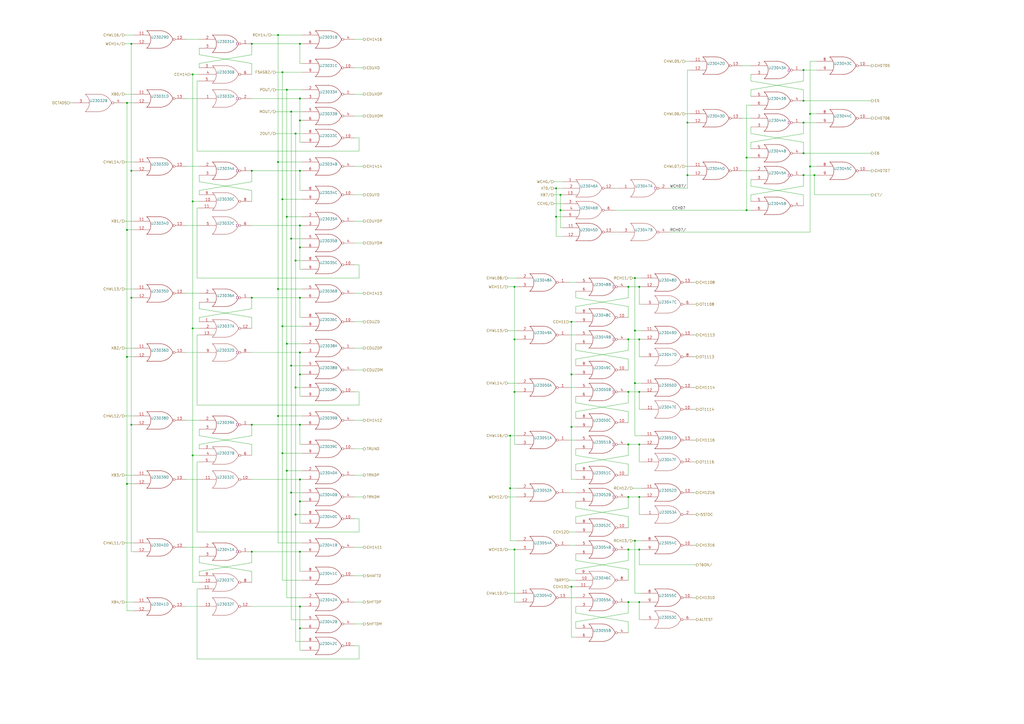
<source format=kicad_sch>
(kicad_sch (version 20211123) (generator eeschema)
  (paper "A2")
  (junction (at 111.76 264.16))
  (junction (at 325.12 113.03))
  (junction (at 433.07 91.44))
  (junction (at 173.99 143.51))
  (junction (at 166.37 125.73))
  (junction (at 368.3 191.77))
  (junction (at 173.99 246.38))
  (junction (at 298.45 227.33))
  (junction (at 146.05 99.06))
  (junction (at 466.09 58.42))
  (junction (at 76.2 25.4))
  (junction (at 161.29 93.98))
  (junction (at 370.84 196.85))
  (junction (at 161.29 20.32))
  (junction (at 76.2 246.38))
  (junction (at 171.45 151.13))
  (junction (at 173.99 69.85))
  (junction (at 168.91 138.43))
  (junction (at 173.99 204.47))
  (junction (at 111.76 116.84))
  (junction (at 168.91 285.75))
  (junction (at 173.99 320.04))
  (junction (at 171.45 298.45))
  (junction (at 173.99 130.81))
  (junction (at 295.91 283.21))
  (junction (at 368.3 313.69))
  (junction (at 173.99 99.06))
  (junction (at 298.45 318.77))
  (junction (at 173.99 364.49))
  (junction (at 163.83 41.91))
  (junction (at 322.58 109.22))
  (junction (at 73.66 207.01))
  (junction (at 364.49 318.77))
  (junction (at 173.99 278.13))
  (junction (at 298.45 196.85))
  (junction (at 364.49 227.33))
  (junction (at 161.29 167.64))
  (junction (at 364.49 288.29))
  (junction (at 163.83 115.57))
  (junction (at 370.84 227.33))
  (junction (at 173.99 57.15))
  (junction (at 364.49 349.25))
  (junction (at 168.91 212.09))
  (junction (at 295.91 252.73))
  (junction (at 166.37 52.07))
  (junction (at 173.99 25.4))
  (junction (at 370.84 349.25))
  (junction (at 331.47 217.17))
  (junction (at 76.2 99.06))
  (junction (at 466.09 40.64))
  (junction (at 73.66 280.67))
  (junction (at 171.45 224.79))
  (junction (at 146.05 246.38))
  (junction (at 163.83 262.89))
  (junction (at 166.37 199.39))
  (junction (at 173.99 290.83))
  (junction (at 472.44 101.6))
  (junction (at 173.99 351.79))
  (junction (at 322.58 125.73))
  (junction (at 364.49 166.37))
  (junction (at 370.84 257.81))
  (junction (at 166.37 273.05))
  (junction (at 163.83 189.23))
  (junction (at 466.09 88.9))
  (junction (at 173.99 217.17))
  (junction (at 325.12 121.92))
  (junction (at 370.84 288.29))
  (junction (at 466.09 71.12))
  (junction (at 171.45 77.47))
  (junction (at 146.05 25.4))
  (junction (at 331.47 247.65))
  (junction (at 161.29 241.3))
  (junction (at 73.66 133.35))
  (junction (at 111.76 43.18))
  (junction (at 368.3 222.25))
  (junction (at 331.47 186.69))
  (junction (at 469.9 96.52))
  (junction (at 298.45 166.37))
  (junction (at 364.49 257.81))
  (junction (at 364.49 196.85))
  (junction (at 398.78 101.6))
  (junction (at 466.09 101.6))
  (junction (at 398.78 71.12))
  (junction (at 331.47 340.36))
  (junction (at 146.05 320.04))
  (junction (at 168.91 64.77))
  (junction (at 111.76 190.5))
  (junction (at 370.84 166.37))
  (junction (at 73.66 59.69))
  (junction (at 370.84 318.77))
  (junction (at 146.05 172.72))
  (junction (at 469.9 66.04))
  (junction (at 433.07 121.92))
  (junction (at 173.99 172.72))
  (junction (at 76.2 172.72))
  (junction (at 368.3 161.29))
  (wire (pts (xy 208.28 227.33) (xy 208.28 234.95)))
  (wire (pts (xy 334.01 177.8) (xy 334.01 181.61)))
  (wire (pts (xy 294.64 161.29) (xy 299.72 161.29)))
  (wire (pts (xy 364.49 288.29) (xy 364.49 294.64)))
  (wire (pts (xy 334.01 325.12) (xy 334.01 321.31)))
  (wire (pts (xy 364.49 349.25) (xy 370.84 349.25)))
  (wire (pts (xy 173.99 99.06) (xy 173.99 110.49)))
  (wire (pts (xy 370.84 207.01) (xy 372.11 207.01)))
  (wire (pts (xy 370.84 227.33) (xy 372.11 227.33)))
  (wire (pts (xy 334.01 264.16) (xy 334.01 260.35)))
  (wire (pts (xy 298.45 318.77) (xy 299.72 318.77)))
  (wire (pts (xy 175.26 125.73) (xy 166.37 125.73)))
  (wire (pts (xy 146.05 320.04) (xy 173.99 320.04)))
  (wire (pts (xy 322.58 109.22) (xy 326.39 109.22)))
  (wire (pts (xy 173.99 320.04) (xy 173.99 331.47)))
  (wire (pts (xy 435.61 52.07) (xy 435.61 55.88)))
  (wire (pts (xy 173.99 36.83) (xy 175.26 36.83)))
  (wire (pts (xy 294.64 166.37) (xy 298.45 166.37)))
  (wire (pts (xy 115.57 326.39) (xy 115.57 322.58)))
  (wire (pts (xy 370.84 318.77) (xy 370.84 327.66)))
  (wire (pts (xy 466.09 113.03) (xy 435.61 107.95)))
  (wire (pts (xy 367.03 283.21) (xy 372.11 283.21)))
  (wire (pts (xy 330.2 340.36) (xy 331.47 340.36)))
  (wire (pts (xy 210.82 260.35) (xy 205.74 260.35)))
  (wire (pts (xy 168.91 64.77) (xy 175.26 64.77)))
  (wire (pts (xy 334.01 294.64) (xy 334.01 290.83)))
  (wire (pts (xy 111.76 190.5) (xy 115.57 190.5)))
  (wire (pts (xy 73.66 59.69) (xy 73.66 133.35)))
  (wire (pts (xy 171.45 224.79) (xy 175.26 224.79)))
  (wire (pts (xy 161.29 241.3) (xy 175.26 241.3)))
  (wire (pts (xy 466.09 71.12) (xy 473.71 71.12)))
  (wire (pts (xy 402.59 298.45) (xy 403.86 298.45)))
  (wire (pts (xy 466.09 101.6) (xy 472.44 101.6)))
  (wire (pts (xy 173.99 377.19) (xy 175.26 377.19)))
  (wire (pts (xy 171.45 298.45) (xy 175.26 298.45)))
  (wire (pts (xy 173.99 57.15) (xy 175.26 57.15)))
  (wire (pts (xy 173.99 278.13) (xy 173.99 290.83)))
  (wire (pts (xy 370.84 318.77) (xy 372.11 318.77)))
  (wire (pts (xy 208.28 374.65) (xy 208.28 382.27)))
  (wire (pts (xy 146.05 204.47) (xy 173.99 204.47)))
  (wire (pts (xy 173.99 257.81) (xy 175.26 257.81)))
  (wire (pts (xy 173.99 364.49) (xy 175.26 364.49)))
  (wire (pts (xy 294.64 318.77) (xy 298.45 318.77)))
  (wire (pts (xy 398.78 101.6) (xy 398.78 109.22)))
  (wire (pts (xy 107.95 317.5) (xy 115.57 317.5)))
  (wire (pts (xy 364.49 177.8) (xy 334.01 172.72)))
  (wire (pts (xy 331.47 247.65) (xy 334.01 247.65)))
  (wire (pts (xy 330.2 336.55) (xy 334.01 336.55)))
  (wire (pts (xy 73.66 354.33) (xy 77.47 354.33)))
  (wire (pts (xy 173.99 290.83) (xy 173.99 303.53)))
  (wire (pts (xy 115.57 110.49) (xy 115.57 113.03)))
  (wire (pts (xy 173.99 99.06) (xy 175.26 99.06)))
  (wire (pts (xy 364.49 306.07) (xy 364.49 299.72)))
  (wire (pts (xy 402.59 267.97) (xy 403.86 267.97)))
  (wire (pts (xy 205.74 80.01) (xy 208.28 80.01)))
  (wire (pts (xy 210.82 128.27) (xy 205.74 128.27)))
  (wire (pts (xy 146.05 130.81) (xy 173.99 130.81)))
  (wire (pts (xy 364.49 214.63) (xy 364.49 208.28)))
  (wire (pts (xy 166.37 273.05) (xy 175.26 273.05)))
  (wire (pts (xy 402.59 194.31) (xy 403.86 194.31)))
  (wire (pts (xy 368.3 313.69) (xy 372.11 313.69)))
  (wire (pts (xy 466.09 107.95) (xy 435.61 113.03)))
  (wire (pts (xy 398.78 71.12) (xy 398.78 101.6)))
  (wire (pts (xy 466.09 40.64) (xy 473.71 40.64)))
  (wire (pts (xy 114.3 87.63) (xy 114.3 46.99)))
  (wire (pts (xy 173.99 69.85) (xy 175.26 69.85)))
  (wire (pts (xy 77.47 167.64) (xy 72.39 167.64)))
  (wire (pts (xy 160.02 41.91) (xy 163.83 41.91)))
  (wire (pts (xy 331.47 217.17) (xy 334.01 217.17)))
  (wire (pts (xy 163.83 262.89) (xy 175.26 262.89)))
  (wire (pts (xy 430.53 99.06) (xy 435.61 99.06)))
  (wire (pts (xy 77.47 201.93) (xy 72.39 201.93)))
  (wire (pts (xy 430.53 38.1) (xy 435.61 38.1)))
  (wire (pts (xy 107.95 204.47) (xy 115.57 204.47)))
  (wire (pts (xy 364.49 318.77) (xy 370.84 318.77)))
  (wire (pts (xy 368.3 191.77) (xy 372.11 191.77)))
  (wire (pts (xy 210.82 39.37) (xy 205.74 39.37)))
  (wire (pts (xy 430.53 68.58) (xy 435.61 68.58)))
  (wire (pts (xy 397.51 96.52) (xy 400.05 96.52)))
  (wire (pts (xy 73.66 207.01) (xy 73.66 280.67)))
  (wire (pts (xy 298.45 166.37) (xy 299.72 166.37)))
  (wire (pts (xy 331.47 369.57) (xy 334.01 369.57)))
  (wire (pts (xy 370.84 166.37) (xy 372.11 166.37)))
  (wire (pts (xy 398.78 101.6) (xy 400.05 101.6)))
  (wire (pts (xy 330.2 255.27) (xy 334.01 255.27)))
  (wire (pts (xy 370.84 166.37) (xy 370.84 176.53)))
  (wire (pts (xy 330.2 308.61) (xy 334.01 308.61)))
  (wire (pts (xy 433.07 121.92) (xy 435.61 121.92)))
  (wire (pts (xy 210.82 113.03) (xy 205.74 113.03)))
  (wire (pts (xy 364.49 336.55) (xy 364.49 330.2)))
  (wire (pts (xy 163.83 189.23) (xy 163.83 262.89)))
  (wire (pts (xy 466.09 71.12) (xy 466.09 77.47)))
  (wire (pts (xy 402.59 224.79) (xy 403.86 224.79)))
  (wire (pts (xy 114.3 341.63) (xy 115.57 341.63)))
  (wire (pts (xy 504.19 99.06) (xy 505.46 99.06)))
  (wire (pts (xy 364.49 196.85) (xy 364.49 203.2)))
  (wire (pts (xy 364.49 257.81) (xy 364.49 264.16)))
  (wire (pts (xy 115.57 105.41) (xy 115.57 101.6)))
  (wire (pts (xy 469.9 96.52) (xy 469.9 134.62)))
  (wire (pts (xy 295.91 313.69) (xy 299.72 313.69)))
  (wire (pts (xy 466.09 77.47) (xy 435.61 82.55)))
  (wire (pts (xy 364.49 299.72) (xy 334.01 294.64)))
  (wire (pts (xy 76.2 99.06) (xy 76.2 172.72)))
  (wire (pts (xy 364.49 318.77) (xy 364.49 325.12)))
  (wire (pts (xy 205.74 227.33) (xy 208.28 227.33)))
  (wire (pts (xy 173.99 217.17) (xy 175.26 217.17)))
  (wire (pts (xy 334.01 238.76) (xy 334.01 242.57)))
  (wire (pts (xy 163.83 336.55) (xy 175.26 336.55)))
  (wire (pts (xy 322.58 109.22) (xy 322.58 125.73)))
  (wire (pts (xy 370.84 196.85) (xy 372.11 196.85)))
  (wire (pts (xy 364.49 184.15) (xy 364.49 177.8)))
  (wire (pts (xy 364.49 257.81) (xy 370.84 257.81)))
  (wire (pts (xy 168.91 285.75) (xy 175.26 285.75)))
  (wire (pts (xy 173.99 184.15) (xy 175.26 184.15)))
  (wire (pts (xy 364.49 275.59) (xy 364.49 269.24)))
  (wire (pts (xy 364.49 203.2) (xy 334.01 208.28)))
  (wire (pts (xy 115.57 36.83) (xy 115.57 39.37)))
  (wire (pts (xy 398.78 109.22) (xy 388.62 109.22)))
  (wire (pts (xy 208.28 308.61) (xy 114.3 308.61)))
  (wire (pts (xy 370.84 176.53) (xy 372.11 176.53)))
  (wire (pts (xy 173.99 290.83) (xy 175.26 290.83)))
  (wire (pts (xy 146.05 326.39) (xy 115.57 331.47)))
  (wire (pts (xy 161.29 167.64) (xy 161.29 241.3)))
  (wire (pts (xy 146.05 184.15) (xy 115.57 179.07)))
  (wire (pts (xy 298.45 349.25) (xy 299.72 349.25)))
  (wire (pts (xy 77.47 314.96) (xy 72.39 314.96)))
  (wire (pts (xy 370.84 257.81) (xy 370.84 267.97)))
  (wire (pts (xy 111.76 264.16) (xy 115.57 264.16)))
  (wire (pts (xy 146.05 246.38) (xy 146.05 252.73)))
  (wire (pts (xy 368.3 161.29) (xy 368.3 191.77)))
  (wire (pts (xy 173.99 156.21) (xy 175.26 156.21)))
  (wire (pts (xy 175.26 138.43) (xy 168.91 138.43)))
  (wire (pts (xy 146.05 320.04) (xy 146.05 326.39)))
  (wire (pts (xy 334.01 299.72) (xy 334.01 303.53)))
  (wire (pts (xy 173.99 25.4) (xy 173.99 36.83)))
  (wire (pts (xy 166.37 346.71) (xy 175.26 346.71)))
  (wire (pts (xy 166.37 273.05) (xy 166.37 346.71)))
  (wire (pts (xy 173.99 69.85) (xy 173.99 82.55)))
  (wire (pts (xy 364.49 355.6) (xy 334.01 360.68)))
  (wire (pts (xy 76.2 246.38) (xy 76.2 320.04)))
  (wire (pts (xy 166.37 52.07) (xy 166.37 125.73)))
  (wire (pts (xy 364.49 208.28) (xy 334.01 203.2)))
  (wire (pts (xy 433.07 91.44) (xy 433.07 121.92)))
  (wire (pts (xy 331.47 247.65) (xy 331.47 278.13)))
  (wire (pts (xy 370.84 267.97) (xy 372.11 267.97)))
  (wire (pts (xy 114.3 46.99) (xy 115.57 46.99)))
  (wire (pts (xy 370.84 227.33) (xy 370.84 237.49)))
  (wire (pts (xy 173.99 82.55) (xy 175.26 82.55)))
  (wire (pts (xy 331.47 217.17) (xy 331.47 247.65)))
  (wire (pts (xy 146.05 190.5) (xy 146.05 184.15)))
  (wire (pts (xy 322.58 125.73) (xy 326.39 125.73)))
  (wire (pts (xy 205.74 300.99) (xy 208.28 300.99)))
  (wire (pts (xy 111.76 116.84) (xy 111.76 190.5)))
  (wire (pts (xy 173.99 303.53) (xy 175.26 303.53)))
  (wire (pts (xy 173.99 364.49) (xy 173.99 377.19)))
  (wire (pts (xy 146.05 246.38) (xy 173.99 246.38)))
  (wire (pts (xy 146.05 264.16) (xy 146.05 257.81)))
  (wire (pts (xy 402.59 285.75) (xy 403.86 285.75)))
  (wire (pts (xy 163.83 41.91) (xy 175.26 41.91)))
  (wire (pts (xy 367.03 313.69) (xy 368.3 313.69)))
  (wire (pts (xy 146.05 172.72) (xy 146.05 179.07)))
  (wire (pts (xy 173.99 351.79) (xy 175.26 351.79)))
  (wire (pts (xy 368.3 161.29) (xy 372.11 161.29)))
  (wire (pts (xy 210.82 170.18) (xy 205.74 170.18)))
  (wire (pts (xy 171.45 77.47) (xy 175.26 77.47)))
  (wire (pts (xy 205.74 153.67) (xy 208.28 153.67)))
  (wire (pts (xy 364.49 233.68) (xy 334.01 238.76)))
  (wire (pts (xy 370.84 196.85) (xy 370.84 207.01)))
  (wire (pts (xy 208.28 161.29) (xy 114.3 161.29)))
  (wire (pts (xy 160.02 52.07) (xy 166.37 52.07)))
  (wire (pts (xy 146.05 57.15) (xy 173.99 57.15)))
  (wire (pts (xy 76.2 25.4) (xy 77.47 25.4)))
  (wire (pts (xy 146.05 25.4) (xy 173.99 25.4)))
  (wire (pts (xy 111.76 43.18) (xy 111.76 116.84)))
  (wire (pts (xy 472.44 101.6) (xy 473.71 101.6)))
  (wire (pts (xy 146.05 36.83) (xy 115.57 31.75)))
  (wire (pts (xy 472.44 113.03) (xy 472.44 101.6)))
  (wire (pts (xy 114.3 120.65) (xy 115.57 120.65)))
  (wire (pts (xy 173.99 204.47) (xy 173.99 217.17)))
  (wire (pts (xy 364.49 367.03) (xy 364.49 360.68)))
  (wire (pts (xy 208.28 300.99) (xy 208.28 308.61)))
  (wire (pts (xy 166.37 125.73) (xy 166.37 199.39)))
  (wire (pts (xy 77.47 128.27) (xy 72.39 128.27)))
  (wire (pts (xy 173.99 172.72) (xy 175.26 172.72)))
  (wire (pts (xy 368.3 344.17) (xy 368.3 313.69)))
  (wire (pts (xy 166.37 199.39) (xy 166.37 273.05)))
  (wire (pts (xy 173.99 320.04) (xy 175.26 320.04)))
  (wire (pts (xy 168.91 359.41) (xy 175.26 359.41)))
  (wire (pts (xy 298.45 227.33) (xy 299.72 227.33)))
  (wire (pts (xy 370.84 349.25) (xy 370.84 359.41)))
  (wire (pts (xy 111.76 264.16) (xy 111.76 337.82)))
  (wire (pts (xy 364.49 330.2) (xy 334.01 325.12)))
  (wire (pts (xy 402.59 176.53) (xy 403.86 176.53)))
  (wire (pts (xy 321.31 113.03) (xy 325.12 113.03)))
  (wire (pts (xy 294.64 191.77) (xy 299.72 191.77)))
  (wire (pts (xy 175.26 151.13) (xy 171.45 151.13)))
  (wire (pts (xy 115.57 179.07) (xy 115.57 175.26)))
  (wire (pts (xy 163.83 115.57) (xy 163.83 189.23)))
  (wire (pts (xy 72.39 25.4) (xy 76.2 25.4)))
  (wire (pts (xy 210.82 349.25) (xy 205.74 349.25)))
  (wire (pts (xy 294.64 222.25) (xy 299.72 222.25)))
  (wire (pts (xy 168.91 285.75) (xy 168.91 359.41)))
  (wire (pts (xy 146.05 172.72) (xy 173.99 172.72)))
  (wire (pts (xy 364.49 288.29) (xy 370.84 288.29)))
  (wire (pts (xy 114.3 161.29) (xy 114.3 120.65)))
  (wire (pts (xy 334.01 172.72) (xy 334.01 168.91)))
  (wire (pts (xy 469.9 66.04) (xy 469.9 96.52)))
  (wire (pts (xy 168.91 212.09) (xy 175.26 212.09)))
  (wire (pts (xy 73.66 59.69) (xy 77.47 59.69)))
  (wire (pts (xy 435.61 60.96) (xy 433.07 60.96)))
  (wire (pts (xy 368.3 222.25) (xy 372.11 222.25)))
  (wire (pts (xy 171.45 298.45) (xy 171.45 372.11)))
  (wire (pts (xy 398.78 40.64) (xy 398.78 71.12)))
  (wire (pts (xy 364.49 264.16) (xy 334.01 269.24)))
  (wire (pts (xy 77.47 349.25) (xy 72.39 349.25)))
  (wire (pts (xy 364.49 294.64) (xy 334.01 299.72)))
  (wire (pts (xy 107.95 243.84) (xy 115.57 243.84)))
  (wire (pts (xy 469.9 35.56) (xy 469.9 66.04)))
  (wire (pts (xy 331.47 340.36) (xy 331.47 369.57)))
  (wire (pts (xy 115.57 184.15) (xy 115.57 186.69)))
  (wire (pts (xy 173.99 143.51) (xy 173.99 156.21)))
  (wire (pts (xy 364.49 349.25) (xy 364.49 355.6)))
  (wire (pts (xy 326.39 118.11) (xy 321.31 118.11)))
  (wire (pts (xy 466.09 52.07) (xy 435.61 46.99)))
  (wire (pts (xy 111.76 43.18) (xy 115.57 43.18)))
  (wire (pts (xy 466.09 119.38) (xy 466.09 113.03)))
  (wire (pts (xy 298.45 196.85) (xy 299.72 196.85)))
  (wire (pts (xy 368.3 252.73) (xy 372.11 252.73)))
  (wire (pts (xy 370.84 298.45) (xy 372.11 298.45)))
  (wire (pts (xy 208.28 87.63) (xy 114.3 87.63)))
  (wire (pts (xy 334.01 355.6) (xy 334.01 351.79)))
  (wire (pts (xy 364.49 238.76) (xy 334.01 233.68)))
  (wire (pts (xy 114.3 308.61) (xy 114.3 267.97)))
  (wire (pts (xy 107.95 351.79) (xy 115.57 351.79)))
  (wire (pts (xy 322.58 137.16) (xy 326.39 137.16)))
  (wire (pts (xy 210.82 67.31) (xy 205.74 67.31)))
  (wire (pts (xy 163.83 262.89) (xy 163.83 336.55)))
  (wire (pts (xy 146.05 105.41) (xy 115.57 110.49)))
  (wire (pts (xy 146.05 252.73) (xy 115.57 257.81)))
  (wire (pts (xy 146.05 331.47) (xy 115.57 326.39)))
  (wire (pts (xy 294.64 288.29) (xy 299.72 288.29)))
  (wire (pts (xy 210.82 243.84) (xy 205.74 243.84)))
  (wire (pts (xy 115.57 252.73) (xy 115.57 248.92)))
  (wire (pts (xy 331.47 186.69) (xy 331.47 217.17)))
  (wire (pts (xy 73.66 207.01) (xy 77.47 207.01)))
  (wire (pts (xy 370.84 359.41) (xy 372.11 359.41)))
  (wire (pts (xy 334.01 233.68) (xy 334.01 229.87)))
  (wire (pts (xy 504.19 68.58) (xy 505.46 68.58)))
  (wire (pts (xy 356.87 109.22) (xy 358.14 109.22)))
  (wire (pts (xy 370.84 288.29) (xy 370.84 298.45)))
  (wire (pts (xy 210.82 317.5) (xy 205.74 317.5)))
  (wire (pts (xy 171.45 151.13) (xy 171.45 224.79)))
  (wire (pts (xy 210.82 275.59) (xy 205.74 275.59)))
  (wire (pts (xy 146.05 25.4) (xy 146.05 31.75)))
  (wire (pts (xy 163.83 41.91) (xy 163.83 115.57)))
  (wire (pts (xy 107.95 57.15) (xy 115.57 57.15)))
  (wire (pts (xy 166.37 199.39) (xy 175.26 199.39)))
  (wire (pts (xy 205.74 374.65) (xy 208.28 374.65)))
  (wire (pts (xy 114.3 382.27) (xy 114.3 341.63)))
  (wire (pts (xy 356.87 121.92) (xy 433.07 121.92)))
  (wire (pts (xy 364.49 166.37) (xy 364.49 172.72)))
  (wire (pts (xy 146.05 351.79) (xy 173.99 351.79)))
  (wire (pts (xy 370.84 257.81) (xy 372.11 257.81)))
  (wire (pts (xy 402.59 237.49) (xy 403.86 237.49)))
  (wire (pts (xy 368.3 344.17) (xy 372.11 344.17)))
  (wire (pts (xy 210.82 201.93) (xy 205.74 201.93)))
  (wire (pts (xy 364.49 227.33) (xy 364.49 233.68)))
  (wire (pts (xy 173.99 172.72) (xy 173.99 184.15)))
  (wire (pts (xy 76.2 172.72) (xy 77.47 172.72)))
  (wire (pts (xy 161.29 20.32) (xy 161.29 93.98)))
  (wire (pts (xy 77.47 275.59) (xy 72.39 275.59)))
  (wire (pts (xy 473.71 66.04) (xy 469.9 66.04)))
  (wire (pts (xy 325.12 121.92) (xy 325.12 132.08)))
  (wire (pts (xy 210.82 22.86) (xy 205.74 22.86)))
  (wire (pts (xy 504.19 38.1) (xy 505.46 38.1)))
  (wire (pts (xy 208.28 80.01) (xy 208.28 87.63)))
  (wire (pts (xy 330.2 346.71) (xy 334.01 346.71)))
  (wire (pts (xy 210.82 54.61) (xy 205.74 54.61)))
  (wire (pts (xy 146.05 31.75) (xy 115.57 36.83)))
  (wire (pts (xy 115.57 257.81) (xy 115.57 260.35)))
  (wire (pts (xy 298.45 257.81) (xy 299.72 257.81)))
  (wire (pts (xy 157.48 20.32) (xy 161.29 20.32)))
  (wire (pts (xy 171.45 77.47) (xy 171.45 151.13)))
  (wire (pts (xy 171.45 372.11) (xy 175.26 372.11)))
  (wire (pts (xy 330.2 186.69) (xy 331.47 186.69)))
  (wire (pts (xy 111.76 337.82) (xy 115.57 337.82)))
  (wire (pts (xy 115.57 331.47) (xy 115.57 334.01)))
  (wire (pts (xy 466.09 88.9) (xy 505.46 88.9)))
  (wire (pts (xy 294.64 252.73) (xy 295.91 252.73)))
  (wire (pts (xy 173.99 246.38) (xy 173.99 257.81)))
  (wire (pts (xy 72.39 59.69) (xy 73.66 59.69)))
  (wire (pts (xy 435.61 82.55) (xy 435.61 86.36)))
  (wire (pts (xy 331.47 186.69) (xy 334.01 186.69)))
  (wire (pts (xy 330.2 224.79) (xy 334.01 224.79)))
  (wire (pts (xy 298.45 227.33) (xy 298.45 257.81)))
  (wire (pts (xy 208.28 234.95) (xy 114.3 234.95)))
  (wire (pts (xy 171.45 224.79) (xy 171.45 298.45)))
  (wire (pts (xy 397.51 35.56) (xy 400.05 35.56)))
  (wire (pts (xy 210.82 361.95) (xy 205.74 361.95)))
  (wire (pts (xy 295.91 252.73) (xy 295.91 283.21)))
  (wire (pts (xy 364.49 360.68) (xy 334.01 355.6)))
  (wire (pts (xy 466.09 58.42) (xy 505.46 58.42)))
  (wire (pts (xy 173.99 130.81) (xy 173.99 143.51)))
  (wire (pts (xy 146.05 116.84) (xy 146.05 110.49)))
  (wire (pts (xy 466.09 88.9) (xy 466.09 82.55)))
  (wire (pts (xy 370.84 349.25) (xy 372.11 349.25)))
  (wire (pts (xy 295.91 283.21) (xy 299.72 283.21)))
  (wire (pts (xy 400.05 40.64) (xy 398.78 40.64)))
  (wire (pts (xy 466.09 46.99) (xy 435.61 52.07)))
  (wire (pts (xy 77.47 20.32) (xy 72.39 20.32)))
  (wire (pts (xy 435.61 107.95) (xy 435.61 104.14)))
  (wire (pts (xy 330.2 316.23) (xy 334.01 316.23)))
  (wire (pts (xy 73.66 133.35) (xy 73.66 207.01)))
  (wire (pts (xy 469.9 96.52) (xy 473.71 96.52)))
  (wire (pts (xy 368.3 222.25) (xy 368.3 252.73)))
  (wire (pts (xy 210.82 140.97) (xy 205.74 140.97)))
  (wire (pts (xy 435.61 77.47) (xy 435.61 73.66)))
  (wire (pts (xy 364.49 269.24) (xy 334.01 264.16)))
  (wire (pts (xy 402.59 207.01) (xy 403.86 207.01)))
  (wire (pts (xy 210.82 186.69) (xy 205.74 186.69)))
  (wire (pts (xy 146.05 179.07) (xy 115.57 184.15)))
  (wire (pts (xy 402.59 316.23) (xy 403.86 316.23)))
  (wire (pts (xy 210.82 214.63) (xy 205.74 214.63)))
  (wire (pts (xy 110.49 43.18) (xy 111.76 43.18)))
  (wire (pts (xy 111.76 190.5) (xy 111.76 264.16)))
  (wire (pts (xy 161.29 20.32) (xy 175.26 20.32)))
  (wire (pts (xy 325.12 121.92) (xy 326.39 121.92)))
  (wire (pts (xy 173.99 204.47) (xy 175.26 204.47)))
  (wire (pts (xy 505.46 113.03) (xy 472.44 113.03)))
  (wire (pts (xy 334.01 360.68) (xy 334.01 364.49)))
  (wire (pts (xy 146.05 99.06) (xy 146.05 105.41)))
  (wire (pts (xy 402.59 255.27) (xy 403.86 255.27)))
  (wire (pts (xy 402.59 163.83) (xy 403.86 163.83)))
  (wire (pts (xy 73.66 280.67) (xy 77.47 280.67)))
  (wire (pts (xy 435.61 46.99) (xy 435.61 43.18)))
  (wire (pts (xy 433.07 91.44) (xy 435.61 91.44)))
  (wire (pts (xy 298.45 166.37) (xy 298.45 196.85)))
  (wire (pts (xy 173.99 130.81) (xy 175.26 130.81)))
  (wire (pts (xy 146.05 99.06) (xy 173.99 99.06)))
  (wire (pts (xy 294.64 344.17) (xy 299.72 344.17)))
  (wire (pts (xy 433.07 60.96) (xy 433.07 91.44)))
  (wire (pts (xy 76.2 246.38) (xy 77.47 246.38)))
  (wire (pts (xy 76.2 320.04) (xy 77.47 320.04)))
  (wire (pts (xy 73.66 133.35) (xy 77.47 133.35)))
  (wire (pts (xy 173.99 57.15) (xy 173.99 69.85)))
  (wire (pts (xy 76.2 25.4) (xy 76.2 99.06)))
  (wire (pts (xy 370.84 237.49) (xy 372.11 237.49)))
  (wire (pts (xy 208.28 153.67) (xy 208.28 161.29)))
  (wire (pts (xy 321.31 109.22) (xy 322.58 109.22)))
  (wire (pts (xy 173.99 246.38) (xy 175.26 246.38)))
  (wire (pts (xy 160.02 64.77) (xy 168.91 64.77)))
  (wire (pts (xy 73.66 280.67) (xy 73.66 354.33)))
  (wire (pts (xy 322.58 125.73) (xy 322.58 137.16)))
  (wire (pts (xy 334.01 208.28) (xy 334.01 212.09)))
  (wire (pts (xy 107.95 22.86) (xy 115.57 22.86)))
  (wire (pts (xy 77.47 93.98) (xy 72.39 93.98)))
  (wire (pts (xy 325.12 113.03) (xy 325.12 121.92)))
  (wire (pts (xy 168.91 64.77) (xy 168.91 138.43)))
  (wire (pts (xy 398.78 71.12) (xy 400.05 71.12)))
  (wire (pts (xy 469.9 35.56) (xy 473.71 35.56)))
  (wire (pts (xy 466.09 40.64) (xy 466.09 46.99)))
  (wire (pts (xy 402.59 359.41) (xy 403.86 359.41)))
  (wire (pts (xy 364.49 166.37) (xy 370.84 166.37)))
  (wire (pts (xy 466.09 101.6) (xy 466.09 107.95)))
  (wire (pts (xy 160.02 77.47) (xy 171.45 77.47)))
  (wire (pts (xy 161.29 241.3) (xy 161.29 314.96)))
  (wire (pts (xy 326.39 105.41) (xy 321.31 105.41)))
  (wire (pts (xy 210.82 96.52) (xy 205.74 96.52)))
  (wire (pts (xy 325.12 113.03) (xy 326.39 113.03)))
  (wire (pts (xy 114.3 234.95) (xy 114.3 194.31)))
  (wire (pts (xy 114.3 194.31) (xy 115.57 194.31)))
  (wire (pts (xy 331.47 278.13) (xy 334.01 278.13)))
  (wire (pts (xy 334.01 203.2) (xy 334.01 199.39)))
  (wire (pts (xy 469.9 134.62) (xy 388.62 134.62)))
  (wire (pts (xy 330.2 194.31) (xy 334.01 194.31)))
  (wire (pts (xy 166.37 52.07) (xy 175.26 52.07)))
  (wire (pts (xy 77.47 241.3) (xy 72.39 241.3)))
  (wire (pts (xy 402.59 346.71) (xy 403.86 346.71)))
  (wire (pts (xy 208.28 382.27) (xy 114.3 382.27)))
  (wire (pts (xy 161.29 167.64) (xy 175.26 167.64)))
  (wire (pts (xy 146.05 257.81) (xy 115.57 252.73)))
  (wire (pts (xy 173.99 278.13) (xy 175.26 278.13)))
  (wire (pts (xy 161.29 93.98) (xy 175.26 93.98)))
  (wire (pts (xy 364.49 172.72) (xy 334.01 177.8)))
  (wire (pts (xy 364.49 196.85) (xy 370.84 196.85)))
  (wire (pts (xy 466.09 58.42) (xy 466.09 52.07)))
  (wire (pts (xy 168.91 212.09) (xy 168.91 285.75)))
  (wire (pts (xy 210.82 288.29) (xy 205.74 288.29)))
  (wire (pts (xy 330.2 285.75) (xy 334.01 285.75)))
  (wire (pts (xy 298.45 196.85) (xy 298.45 227.33)))
  (wire (pts (xy 107.95 278.13) (xy 115.57 278.13)))
  (wire (pts (xy 210.82 334.01) (xy 205.74 334.01)))
  (wire (pts (xy 114.3 267.97) (xy 115.57 267.97)))
  (wire (pts (xy 161.29 93.98) (xy 161.29 167.64)))
  (wire (pts (xy 77.47 54.61) (xy 72.39 54.61)))
  (wire (pts (xy 173.99 351.79) (xy 173.99 364.49)))
  (wire (pts (xy 334.01 330.2) (xy 334.01 332.74)))
  (wire (pts (xy 146.05 110.49) (xy 115.57 105.41)))
  (wire (pts (xy 146.05 337.82) (xy 146.05 331.47)))
  (wire (pts (xy 397.51 66.04) (xy 400.05 66.04)))
  (wire (pts (xy 107.95 170.18) (xy 115.57 170.18)))
  (wire (pts (xy 295.91 283.21) (xy 295.91 313.69)))
  (wire (pts (xy 115.57 31.75) (xy 115.57 27.94)))
  (wire (pts (xy 115.57 116.84) (xy 111.76 116.84)))
  (wire (pts (xy 107.95 96.52) (xy 115.57 96.52)))
  (wire (pts (xy 330.2 163.83) (xy 334.01 163.83)))
  (wire (pts (xy 370.84 288.29) (xy 372.11 288.29)))
  (wire (pts (xy 40.64 59.69) (xy 41.91 59.69)))
  (wire (pts (xy 107.95 130.81) (xy 115.57 130.81)))
  (wire (pts (xy 364.49 325.12) (xy 334.01 330.2)))
  (wire (pts (xy 368.3 191.77) (xy 368.3 222.25)))
  (wire (pts (xy 334.01 269.24) (xy 334.01 273.05)))
  (wire (pts (xy 370.84 327.66) (xy 403.86 327.66)))
  (wire (pts (xy 367.03 161.29) (xy 368.3 161.29)))
  (wire (pts (xy 161.29 314.96) (xy 175.26 314.96)))
  (wire (pts (xy 76.2 99.06) (xy 77.47 99.06)))
  (wire (pts (xy 356.87 134.62) (xy 358.14 134.62)))
  (wire (pts (xy 364.49 245.11) (xy 364.49 238.76)))
  (wire (pts (xy 331.47 340.36) (xy 334.01 340.36)))
  (wire (pts (xy 173.99 331.47) (xy 175.26 331.47)))
  (wire (pts (xy 295.91 252.73) (xy 299.72 252.73)))
  (wire (pts (xy 168.91 138.43) (xy 168.91 212.09)))
  (wire (pts (xy 163.83 189.23) (xy 175.26 189.23)))
  (wire (pts (xy 76.2 172.72) (xy 76.2 246.38)))
  (wire (pts (xy 146.05 43.18) (xy 146.05 36.83)))
  (wire (pts (xy 325.12 132.08) (xy 326.39 132.08)))
  (wire (pts (xy 466.09 82.55) (xy 435.61 77.47)))
  (wire (pts (xy 435.61 113.03) (xy 435.61 116.84)))
  (wire (pts (xy 175.26 115.57) (xy 163.83 115.57)))
  (wire (pts (xy 298.45 349.25) (xy 298.45 318.77)))
  (wire (pts (xy 173.99 25.4) (xy 175.26 25.4)))
  (wire (pts (xy 173.99 143.51) (xy 175.26 143.51)))
  (wire (pts (xy 173.99 217.17) (xy 173.99 229.87)))
  (wire (pts (xy 146.05 278.13) (xy 173.99 278.13)))
  (wire (pts (xy 173.99 229.87) (xy 175.26 229.87)))
  (wire (pts (xy 173.99 110.49) (xy 175.26 110.49)))
  (wire (pts (xy 364.49 227.33) (xy 370.84 227.33)))
  (label "WCH07/" (at 388.62 109.22 0) (effects (font (size 1.524 1.524))))
  (label "CCH07" (at 389.89 121.92 0) (effects (font (size 1.524 1.524))))
  (label "RCH07/" (at 388.62 134.62 0) (effects (font (size 1.524 1.524))))
  (hierarchical_label "XB7/" (shape input) (at 321.31 113.03 180) (effects (font (size 1.524 1.524))))
  (hierarchical_label "SHFTDM" (shape output) (at 210.82 361.95 0) (effects (font (size 1.524 1.524))))
  (hierarchical_label "XB1/" (shape input) (at 72.39 128.27 180) (effects (font (size 1.524 1.524))))
  (hierarchical_label "WCH11/" (shape input) (at 294.64 166.37 180) (effects (font (size 1.524 1.524))))
  (hierarchical_label "POUT/" (shape input) (at 160.02 52.07 180) (effects (font (size 1.524 1.524))))
  (hierarchical_label "CHWL08/" (shape input) (at 294.64 161.29 180) (effects (font (size 1.524 1.524))))
  (hierarchical_label "CCH11" (shape input) (at 330.2 186.69 180) (effects (font (size 1.524 1.524))))
  (hierarchical_label "E6" (shape output) (at 505.46 88.9 0) (effects (font (size 1.524 1.524))))
  (hierarchical_label "CH1114" (shape output) (at 403.86 224.79 0) (effects (font (size 1.524 1.524))))
  (hierarchical_label "XB0/" (shape input) (at 72.39 54.61 180) (effects (font (size 1.524 1.524))))
  (hierarchical_label "WCH14/" (shape input) (at 72.39 25.4 180) (effects (font (size 1.524 1.524))))
  (hierarchical_label "CH1412" (shape output) (at 210.82 243.84 0) (effects (font (size 1.524 1.524))))
  (hierarchical_label "TRUND" (shape output) (at 210.82 260.35 0) (effects (font (size 1.524 1.524))))
  (hierarchical_label "WCH12/" (shape input) (at 294.64 288.29 180) (effects (font (size 1.524 1.524))))
  (hierarchical_label "CDUYDP" (shape output) (at 210.82 128.27 0) (effects (font (size 1.524 1.524))))
  (hierarchical_label "CH1108" (shape output) (at 403.86 163.83 0) (effects (font (size 1.524 1.524))))
  (hierarchical_label "CH1413" (shape output) (at 210.82 170.18 0) (effects (font (size 1.524 1.524))))
  (hierarchical_label "CHWL13/" (shape input) (at 72.39 167.64 180) (effects (font (size 1.524 1.524))))
  (hierarchical_label "CH1216" (shape output) (at 403.86 285.75 0) (effects (font (size 1.524 1.524))))
  (hierarchical_label "CHWL16/" (shape input) (at 294.64 252.73 180) (effects (font (size 1.524 1.524))))
  (hierarchical_label "TRNDP" (shape output) (at 210.82 275.59 0) (effects (font (size 1.524 1.524))))
  (hierarchical_label "CDUXD" (shape output) (at 210.82 39.37 0) (effects (font (size 1.524 1.524))))
  (hierarchical_label "CHWL05/" (shape input) (at 397.51 35.56 180) (effects (font (size 1.524 1.524))))
  (hierarchical_label "T6ON/" (shape output) (at 403.86 327.66 0) (effects (font (size 1.524 1.524))))
  (hierarchical_label "CH0707" (shape output) (at 505.46 99.06 0) (effects (font (size 1.524 1.524))))
  (hierarchical_label "CHWL13/" (shape input) (at 294.64 191.77 180) (effects (font (size 1.524 1.524))))
  (hierarchical_label "CHWL14/" (shape input) (at 72.39 93.98 180) (effects (font (size 1.524 1.524))))
  (hierarchical_label "RCH14/" (shape input) (at 157.48 20.32 180) (effects (font (size 1.524 1.524))))
  (hierarchical_label "TRNDM" (shape output) (at 210.82 288.29 0) (effects (font (size 1.524 1.524))))
  (hierarchical_label "RCH11/" (shape input) (at 367.03 161.29 180) (effects (font (size 1.524 1.524))))
  (hierarchical_label "OCTAD5" (shape input) (at 40.64 59.69 180) (effects (font (size 1.524 1.524))))
  (hierarchical_label "ALTEST" (shape output) (at 403.86 359.41 0) (effects (font (size 1.524 1.524))))
  (hierarchical_label "XB2/" (shape input) (at 72.39 201.93 180) (effects (font (size 1.524 1.524))))
  (hierarchical_label "CH1116" (shape output) (at 403.86 255.27 0) (effects (font (size 1.524 1.524))))
  (hierarchical_label "ZOUT/" (shape input) (at 160.02 77.47 180) (effects (font (size 1.524 1.524))))
  (hierarchical_label "F5ASB2/" (shape input) (at 160.02 41.91 180) (effects (font (size 1.524 1.524))))
  (hierarchical_label "OT1108" (shape output) (at 403.86 176.53 0) (effects (font (size 1.524 1.524))))
  (hierarchical_label "CDUZDP" (shape output) (at 210.82 201.93 0) (effects (font (size 1.524 1.524))))
  (hierarchical_label "CH1310" (shape output) (at 403.86 346.71 0) (effects (font (size 1.524 1.524))))
  (hierarchical_label "CDUXDP" (shape output) (at 210.82 54.61 0) (effects (font (size 1.524 1.524))))
  (hierarchical_label "CHWL07/" (shape input) (at 397.51 96.52 180) (effects (font (size 1.524 1.524))))
  (hierarchical_label "CCHG/" (shape input) (at 321.31 118.11 180) (effects (font (size 1.524 1.524))))
  (hierarchical_label "CCH13" (shape input) (at 330.2 340.36 180) (effects (font (size 1.524 1.524))))
  (hierarchical_label "T6RPT" (shape input) (at 330.2 336.55 180) (effects (font (size 1.524 1.524))))
  (hierarchical_label "RCH12/" (shape input) (at 367.03 283.21 180) (effects (font (size 1.524 1.524))))
  (hierarchical_label "CDUYD" (shape output) (at 210.82 113.03 0) (effects (font (size 1.524 1.524))))
  (hierarchical_label "XT0/" (shape input) (at 321.31 109.22 180) (effects (font (size 1.524 1.524))))
  (hierarchical_label "CH0706" (shape output) (at 505.46 68.58 0) (effects (font (size 1.524 1.524))))
  (hierarchical_label "OT1116" (shape output) (at 403.86 267.97 0) (effects (font (size 1.524 1.524))))
  (hierarchical_label "CDUXDM" (shape output) (at 210.82 67.31 0) (effects (font (size 1.524 1.524))))
  (hierarchical_label "CH1316" (shape output) (at 403.86 316.23 0) (effects (font (size 1.524 1.524))))
  (hierarchical_label "XB3/" (shape input) (at 72.39 275.59 180) (effects (font (size 1.524 1.524))))
  (hierarchical_label "WCHG/" (shape input) (at 321.31 105.41 180) (effects (font (size 1.524 1.524))))
  (hierarchical_label "CH1416" (shape output) (at 210.82 22.86 0) (effects (font (size 1.524 1.524))))
  (hierarchical_label "RCH13/" (shape input) (at 367.03 313.69 180) (effects (font (size 1.524 1.524))))
  (hierarchical_label "OT1113" (shape output) (at 403.86 207.01 0) (effects (font (size 1.524 1.524))))
  (hierarchical_label "SHAFTD" (shape output) (at 210.82 334.01 0) (effects (font (size 1.524 1.524))))
  (hierarchical_label "CDUZDM" (shape output) (at 210.82 214.63 0) (effects (font (size 1.524 1.524))))
  (hierarchical_label "E7/" (shape output) (at 505.46 113.03 0) (effects (font (size 1.524 1.524))))
  (hierarchical_label "E5" (shape output) (at 505.46 58.42 0) (effects (font (size 1.524 1.524))))
  (hierarchical_label "CDUYDM" (shape output) (at 210.82 140.97 0) (effects (font (size 1.524 1.524))))
  (hierarchical_label "OT1114" (shape output) (at 403.86 237.49 0) (effects (font (size 1.524 1.524))))
  (hierarchical_label "CCH14" (shape input) (at 110.49 43.18 180) (effects (font (size 1.524 1.524))))
  (hierarchical_label "CH1113" (shape output) (at 403.86 194.31 0) (effects (font (size 1.524 1.524))))
  (hierarchical_label "WCH13/" (shape input) (at 294.64 318.77 180) (effects (font (size 1.524 1.524))))
  (hierarchical_label "SHFTDP" (shape output) (at 210.82 349.25 0) (effects (font (size 1.524 1.524))))
  (hierarchical_label "CHWL10/" (shape input) (at 294.64 344.17 180) (effects (font (size 1.524 1.524))))
  (hierarchical_label "CHWL14/" (shape input) (at 294.64 222.25 180) (effects (font (size 1.524 1.524))))
  (hierarchical_label "CHWL12/" (shape input) (at 72.39 241.3 180) (effects (font (size 1.524 1.524))))
  (hierarchical_label "MOUT/" (shape input) (at 160.02 64.77 180) (effects (font (size 1.524 1.524))))
  (hierarchical_label "CHWL11/" (shape input) (at 72.39 314.96 180) (effects (font (size 1.524 1.524))))
  (hierarchical_label "CDUZD" (shape output) (at 210.82 186.69 0) (effects (font (size 1.524 1.524))))
  (hierarchical_label "XB4/" (shape input) (at 72.39 349.25 180) (effects (font (size 1.524 1.524))))
  (hierarchical_label "CHWL16/" (shape input) (at 72.39 20.32 180) (effects (font (size 1.524 1.524))))
  (hierarchical_label "ISSTDC" (shape output) (at 403.86 298.45 0) (effects (font (size 1.524 1.524))))
  (hierarchical_label "CH1411" (shape output) (at 210.82 317.5 0) (effects (font (size 1.524 1.524))))
  (hierarchical_label "CHWL06/" (shape input) (at 397.51 66.04 180) (effects (font (size 1.524 1.524))))
  (hierarchical_label "CH0705" (shape output) (at 505.46 38.1 0) (effects (font (size 1.524 1.524))))
  (hierarchical_label "CCH12" (shape input) (at 330.2 308.61 180) (effects (font (size 1.524 1.524))))
  (hierarchical_label "CH1414" (shape output) (at 210.82 96.52 0) (effects (font (size 1.524 1.524))))
  (symbol (lib_id "agc_kicad_components:74HC02") (at 92.71 22.86 0) (unit 4)
    (property "Reference" "U23029" (at 92.71 21.59 0) (effects (font (size 1.524 1.524))))
  )
  (symbol (lib_id "agc_kicad_components:74HC02") (at 130.81 25.4 0) (unit 1)
    (property "Reference" "U23031" (at 130.81 24.13 0) (effects (font (size 1.524 1.524))))
    (property "Initial" "1" (at 137.16 25.4 0) (effects (font (size 1.524 1.524) italic)))
  )
  (symbol (lib_id "agc_kicad_components:74HC27") (at 130.81 43.18 0) (unit 2)
    (property "Reference" "U23030" (at 130.81 41.91 0) (effects (font (size 1.524 1.524))))
  )
  (symbol (lib_id "agc_kicad_components:74HC02") (at 190.5 22.86 0) (unit 2)
    (property "Reference" "U23031" (at 190.5 21.59 0) (effects (font (size 1.524 1.524))))
  )
  (symbol (lib_id "agc_kicad_components:74HC02") (at 190.5 39.37 0) (unit 3)
    (property "Reference" "U23031" (at 190.5 38.1 0) (effects (font (size 1.524 1.524))))
  )
  (symbol (lib_id "agc_kicad_components:74HC02") (at 92.71 57.15 0) (unit 4)
    (property "Reference" "U23031" (at 92.71 55.88 0) (effects (font (size 1.524 1.524))))
  )
  (symbol (lib_id "agc_kicad_components:74HC04") (at 130.81 57.15 0) (unit 1)
    (property "Reference" "U23032" (at 130.81 55.88 0) (effects (font (size 1.524 1.524))))
    (property "Initial" "1" (at 137.16 57.15 0) (effects (font (size 1.524 1.524) italic)))
  )
  (symbol (lib_id "agc_kicad_components:74HC04") (at 57.15 59.69 0) (unit 2)
    (property "Reference" "U23032" (at 57.15 58.42 0) (effects (font (size 1.524 1.524))))
  )
  (symbol (lib_id "agc_kicad_components:74HC02") (at 190.5 54.61 0) (unit 1)
    (property "Reference" "U23033" (at 190.5 53.34 0) (effects (font (size 1.524 1.524))))
  )
  (symbol (lib_id "agc_kicad_components:74HC02") (at 190.5 67.31 0) (unit 2)
    (property "Reference" "U23033" (at 190.5 66.04 0) (effects (font (size 1.524 1.524))))
  )
  (symbol (lib_id "agc_kicad_components:74HC02") (at 190.5 80.01 0) (unit 3)
    (property "Reference" "U23033" (at 190.5 78.74 0) (effects (font (size 1.524 1.524))))
  )
  (symbol (lib_id "agc_kicad_components:74HC02") (at 92.71 96.52 0) (unit 4)
    (property "Reference" "U23033" (at 92.71 95.25 0) (effects (font (size 1.524 1.524))))
  )
  (symbol (lib_id "agc_kicad_components:74HC02") (at 130.81 99.06 0) (unit 1)
    (property "Reference" "U23034" (at 130.81 97.79 0) (effects (font (size 1.524 1.524))))
    (property "Initial" "1" (at 137.16 99.06 0) (effects (font (size 1.524 1.524) italic)))
  )
  (symbol (lib_id "agc_kicad_components:74HC27") (at 130.81 116.84 0) (unit 3)
    (property "Reference" "U23030" (at 130.81 115.57 0) (effects (font (size 1.524 1.524))))
  )
  (symbol (lib_id "agc_kicad_components:74HC02") (at 190.5 96.52 0) (unit 2)
    (property "Reference" "U23034" (at 190.5 95.25 0) (effects (font (size 1.524 1.524))))
  )
  (symbol (lib_id "agc_kicad_components:74HC02") (at 190.5 113.03 0) (unit 3)
    (property "Reference" "U23034" (at 190.5 111.76 0) (effects (font (size 1.524 1.524))))
  )
  (symbol (lib_id "agc_kicad_components:74HC02") (at 92.71 130.81 0) (unit 4)
    (property "Reference" "U23034" (at 92.71 129.54 0) (effects (font (size 1.524 1.524))))
  )
  (symbol (lib_id "agc_kicad_components:74HC04") (at 130.81 130.81 0) (unit 3)
    (property "Reference" "U23032" (at 130.81 129.54 0) (effects (font (size 1.524 1.524))))
    (property "Initial" "1" (at 137.16 130.81 0) (effects (font (size 1.524 1.524) italic)))
  )
  (symbol (lib_id "agc_kicad_components:74HC02") (at 190.5 128.27 0) (unit 1)
    (property "Reference" "U23035" (at 190.5 127 0) (effects (font (size 1.524 1.524))))
  )
  (symbol (lib_id "agc_kicad_components:74HC02") (at 190.5 140.97 0) (unit 2)
    (property "Reference" "U23035" (at 190.5 139.7 0) (effects (font (size 1.524 1.524))))
  )
  (symbol (lib_id "agc_kicad_components:74HC02") (at 190.5 153.67 0) (unit 3)
    (property "Reference" "U23035" (at 190.5 152.4 0) (effects (font (size 1.524 1.524))))
  )
  (symbol (lib_id "agc_kicad_components:74HC02") (at 92.71 170.18 0) (unit 4)
    (property "Reference" "U23035" (at 92.71 168.91 0) (effects (font (size 1.524 1.524))))
  )
  (symbol (lib_id "agc_kicad_components:74HC02") (at 130.81 172.72 0) (unit 1)
    (property "Reference" "U23036" (at 130.81 171.45 0) (effects (font (size 1.524 1.524))))
    (property "Initial" "1" (at 137.16 172.72 0) (effects (font (size 1.524 1.524) italic)))
  )
  (symbol (lib_id "agc_kicad_components:74HC27") (at 130.81 190.5 0) (unit 1)
    (property "Reference" "U23037" (at 130.81 189.23 0) (effects (font (size 1.524 1.524))))
  )
  (symbol (lib_id "agc_kicad_components:74HC02") (at 190.5 170.18 0) (unit 2)
    (property "Reference" "U23036" (at 190.5 168.91 0) (effects (font (size 1.524 1.524))))
  )
  (symbol (lib_id "agc_kicad_components:74HC02") (at 190.5 186.69 0) (unit 3)
    (property "Reference" "U23036" (at 190.5 185.42 0) (effects (font (size 1.524 1.524))))
  )
  (symbol (lib_id "agc_kicad_components:74HC02") (at 92.71 204.47 0) (unit 4)
    (property "Reference" "U23036" (at 92.71 203.2 0) (effects (font (size 1.524 1.524))))
  )
  (symbol (lib_id "agc_kicad_components:74HC04") (at 130.81 204.47 0) (unit 4)
    (property "Reference" "U23032" (at 130.81 203.2 0) (effects (font (size 1.524 1.524))))
    (property "Initial" "1" (at 137.16 204.47 0) (effects (font (size 1.524 1.524) italic)))
  )
  (symbol (lib_id "agc_kicad_components:74HC02") (at 190.5 201.93 0) (unit 1)
    (property "Reference" "U23038" (at 190.5 200.66 0) (effects (font (size 1.524 1.524))))
  )
  (symbol (lib_id "agc_kicad_components:74HC02") (at 190.5 214.63 0) (unit 2)
    (property "Reference" "U23038" (at 190.5 213.36 0) (effects (font (size 1.524 1.524))))
  )
  (symbol (lib_id "agc_kicad_components:74HC02") (at 190.5 227.33 0) (unit 3)
    (property "Reference" "U23038" (at 190.5 226.06 0) (effects (font (size 1.524 1.524))))
  )
  (symbol (lib_id "agc_kicad_components:74HC02") (at 92.71 243.84 0) (unit 4)
    (property "Reference" "U23038" (at 92.71 242.57 0) (effects (font (size 1.524 1.524))))
  )
  (symbol (lib_id "agc_kicad_components:74HC02") (at 130.81 246.38 0) (unit 1)
    (property "Reference" "U23039" (at 130.81 245.11 0) (effects (font (size 1.524 1.524))))
    (property "Initial" "1" (at 137.16 246.38 0) (effects (font (size 1.524 1.524) italic)))
  )
  (symbol (lib_id "agc_kicad_components:74HC27") (at 130.81 264.16 0) (unit 2)
    (property "Reference" "U23037" (at 130.81 262.89 0) (effects (font (size 1.524 1.524))))
  )
  (symbol (lib_id "agc_kicad_components:74HC02") (at 190.5 243.84 0) (unit 2)
    (property "Reference" "U23039" (at 190.5 242.57 0) (effects (font (size 1.524 1.524))))
  )
  (symbol (lib_id "agc_kicad_components:74HC02") (at 190.5 260.35 0) (unit 3)
    (property "Reference" "U23039" (at 190.5 259.08 0) (effects (font (size 1.524 1.524))))
  )
  (symbol (lib_id "agc_kicad_components:74HC02") (at 92.71 278.13 0) (unit 4)
    (property "Reference" "U23039" (at 92.71 276.86 0) (effects (font (size 1.524 1.524))))
  )
  (symbol (lib_id "agc_kicad_components:74HC04") (at 130.81 278.13 0) (unit 5)
    (property "Reference" "U23032" (at 130.81 276.86 0) (effects (font (size 1.524 1.524))))
  )
  (symbol (lib_id "agc_kicad_components:74HC02") (at 190.5 275.59 0) (unit 1)
    (property "Reference" "U23040" (at 190.5 274.32 0) (effects (font (size 1.524 1.524))))
  )
  (symbol (lib_id "agc_kicad_components:74HC02") (at 190.5 288.29 0) (unit 2)
    (property "Reference" "U23040" (at 190.5 287.02 0) (effects (font (size 1.524 1.524))))
  )
  (symbol (lib_id "agc_kicad_components:74HC02") (at 190.5 300.99 0) (unit 3)
    (property "Reference" "U23040" (at 190.5 299.72 0) (effects (font (size 1.524 1.524))))
  )
  (symbol (lib_id "agc_kicad_components:74HC02") (at 92.71 317.5 0) (unit 4)
    (property "Reference" "U23040" (at 92.71 316.23 0) (effects (font (size 1.524 1.524))))
  )
  (symbol (lib_id "agc_kicad_components:74HC02") (at 130.81 320.04 0) (unit 1)
    (property "Reference" "U23041" (at 130.81 318.77 0) (effects (font (size 1.524 1.524))))
    (property "Initial" "1" (at 137.16 320.04 0) (effects (font (size 1.524 1.524) italic)))
  )
  (symbol (lib_id "agc_kicad_components:74HC27") (at 130.81 337.82 0) (unit 3)
    (property "Reference" "U23037" (at 130.81 336.55 0) (effects (font (size 1.524 1.524))))
  )
  (symbol (lib_id "agc_kicad_components:74HC02") (at 190.5 317.5 0) (unit 2)
    (property "Reference" "U23041" (at 190.5 316.23 0) (effects (font (size 1.524 1.524))))
  )
  (symbol (lib_id "agc_kicad_components:74HC02") (at 190.5 334.01 0) (unit 3)
    (property "Reference" "U23041" (at 190.5 332.74 0) (effects (font (size 1.524 1.524))))
  )
  (symbol (lib_id "agc_kicad_components:74HC02") (at 92.71 351.79 0) (unit 4)
    (property "Reference" "U23041" (at 92.71 350.52 0) (effects (font (size 1.524 1.524))))
  )
  (symbol (lib_id "agc_kicad_components:74HC04") (at 130.81 351.79 0) (unit 6)
    (property "Reference" "U23032" (at 130.81 350.52 0) (effects (font (size 1.524 1.524))))
  )
  (symbol (lib_id "agc_kicad_components:74HC02") (at 190.5 349.25 0) (unit 1)
    (property "Reference" "U23042" (at 190.5 347.98 0) (effects (font (size 1.524 1.524))))
  )
  (symbol (lib_id "agc_kicad_components:74HC02") (at 190.5 361.95 0) (unit 2)
    (property "Reference" "U23042" (at 190.5 360.68 0) (effects (font (size 1.524 1.524))))
  )
  (symbol (lib_id "agc_kicad_components:74HC02") (at 190.5 374.65 0) (unit 3)
    (property "Reference" "U23042" (at 190.5 373.38 0) (effects (font (size 1.524 1.524))))
  )
  (symbol (lib_id "agc_kicad_components:74HC02") (at 415.29 38.1 0) (unit 4)
    (property "Reference" "U23042" (at 415.29 36.83 0) (effects (font (size 1.524 1.524))))
  )
  (symbol (lib_id "agc_kicad_components:74HC02") (at 450.85 40.64 0) (unit 1)
    (property "Reference" "U23043" (at 450.85 39.37 0) (effects (font (size 1.524 1.524))))
    (property "Initial" "1" (at 457.2 40.64 0) (effects (font (size 1.524 1.524) italic)))
  )
  (symbol (lib_id "agc_kicad_components:74HC02") (at 450.85 58.42 0) (unit 2)
    (property "Reference" "U23043" (at 450.85 57.15 0) (effects (font (size 1.524 1.524))))
  )
  (symbol (lib_id "agc_kicad_components:74HC02") (at 488.95 38.1 0) (unit 3)
    (property "Reference" "U23043" (at 488.95 36.83 0) (effects (font (size 1.524 1.524))))
  )
  (symbol (lib_id "agc_kicad_components:74HC02") (at 415.29 68.58 0) (unit 4)
    (property "Reference" "U23043" (at 415.29 67.31 0) (effects (font (size 1.524 1.524))))
  )
  (symbol (lib_id "agc_kicad_components:74HC02") (at 450.85 71.12 0) (unit 1)
    (property "Reference" "U23044" (at 450.85 69.85 0) (effects (font (size 1.524 1.524))))
    (property "Initial" "1" (at 457.2 71.12 0) (effects (font (size 1.524 1.524) italic)))
  )
  (symbol (lib_id "agc_kicad_components:74HC02") (at 450.85 88.9 0) (unit 2)
    (property "Reference" "U23044" (at 450.85 87.63 0) (effects (font (size 1.524 1.524))))
  )
  (symbol (lib_id "agc_kicad_components:74HC02") (at 488.95 68.58 0) (unit 3)
    (property "Reference" "U23044" (at 488.95 67.31 0) (effects (font (size 1.524 1.524))))
  )
  (symbol (lib_id "agc_kicad_components:74HC02") (at 415.29 99.06 0) (unit 4)
    (property "Reference" "U23044" (at 415.29 97.79 0) (effects (font (size 1.524 1.524))))
  )
  (symbol (lib_id "agc_kicad_components:74HC02") (at 450.85 101.6 0) (unit 1)
    (property "Reference" "U23045" (at 450.85 100.33 0) (effects (font (size 1.524 1.524))))
    (property "Initial" "1" (at 457.2 101.6 0) (effects (font (size 1.524 1.524) italic)))
  )
  (symbol (lib_id "agc_kicad_components:74HC02") (at 450.85 119.38 0) (unit 2)
    (property "Reference" "U23045" (at 450.85 118.11 0) (effects (font (size 1.524 1.524))))
  )
  (symbol (lib_id "agc_kicad_components:74HC02") (at 488.95 99.06 0) (unit 3)
    (property "Reference" "U23045" (at 488.95 97.79 0) (effects (font (size 1.524 1.524))))
  )
  (symbol (lib_id "agc_kicad_components:74HC27") (at 341.63 109.22 0) (unit 1)
    (property "Reference" "U23046" (at 341.63 107.95 0) (effects (font (size 1.524 1.524))))
  )
  (symbol (lib_id "agc_kicad_components:74HC04") (at 373.38 109.22 0) (unit 1)
    (property "Reference" "U23047" (at 373.38 107.95 0) (effects (font (size 1.524 1.524))))
    (property "Initial" "1" (at 379.73 109.22 0) (effects (font (size 1.524 1.524) italic)))
  )
  (symbol (lib_id "agc_kicad_components:74HC27") (at 341.63 121.92 0) (unit 2)
    (property "Reference" "U23046" (at 341.63 120.65 0) (effects (font (size 1.524 1.524))))
  )
  (symbol (lib_id "agc_kicad_components:74HC02") (at 341.63 134.62 0) (unit 4)
    (property "Reference" "U23045" (at 341.63 133.35 0) (effects (font (size 1.524 1.524))))
  )
  (symbol (lib_id "agc_kicad_components:74HC04") (at 373.38 134.62 0) (unit 2)
    (property "Reference" "U23047" (at 373.38 133.35 0) (effects (font (size 1.524 1.524))))
  )
  (symbol (lib_id "agc_kicad_components:74HC02") (at 314.96 163.83 0) (unit 1)
    (property "Reference" "U23048" (at 314.96 162.56 0) (effects (font (size 1.524 1.524))))
  )
  (symbol (lib_id "agc_kicad_components:74HC02") (at 349.25 166.37 0) (unit 2)
    (property "Reference" "U23048" (at 349.25 165.1 0) (effects (font (size 1.524 1.524))))
    (property "Initial" "1" (at 355.6 166.37 0) (effects (font (size 1.524 1.524) italic)))
  )
  (symbol (lib_id "agc_kicad_components:74HC02") (at 349.25 184.15 0) (unit 3)
    (property "Reference" "U23048" (at 349.25 182.88 0) (effects (font (size 1.524 1.524))))
  )
  (symbol (lib_id "agc_kicad_components:74HC02") (at 387.35 163.83 0) (unit 4)
    (property "Reference" "U23048" (at 387.35 162.56 0) (effects (font (size 1.524 1.524))))
  )
  (symbol (lib_id "agc_kicad_components:74HC04") (at 387.35 176.53 0) (unit 3)
    (property "Reference" "U23047" (at 387.35 175.26 0) (effects (font (size 1.524 1.524))))
  )
  (symbol (lib_id "agc_kicad_components:74HC02") (at 314.96 194.31 0) (unit 1)
    (property "Reference" "U23049" (at 314.96 193.04 0) (effects (font (size 1.524 1.524))))
  )
  (symbol (lib_id "agc_kicad_components:74HC02") (at 349.25 196.85 0) (unit 2)
    (property "Reference" "U23049" (at 349.25 195.58 0) (effects (font (size 1.524 1.524))))
    (property "Initial" "1" (at 355.6 196.85 0) (effects (font (size 1.524 1.524) italic)))
  )
  (symbol (lib_id "agc_kicad_components:74HC02") (at 349.25 214.63 0) (unit 3)
    (property "Reference" "U23049" (at 349.25 213.36 0) (effects (font (size 1.524 1.524))))
  )
  (symbol (lib_id "agc_kicad_components:74HC02") (at 387.35 194.31 0) (unit 4)
    (property "Reference" "U23049" (at 387.35 193.04 0) (effects (font (size 1.524 1.524))))
  )
  (symbol (lib_id "agc_kicad_components:74HC04") (at 387.35 207.01 0) (unit 4)
    (property "Reference" "U23047" (at 387.35 205.74 0) (effects (font (size 1.524 1.524))))
  )
  (symbol (lib_id "agc_kicad_components:74HC02") (at 314.96 224.79 0) (unit 1)
    (property "Reference" "U23050" (at 314.96 223.52 0) (effects (font (size 1.524 1.524))))
  )
  (symbol (lib_id "agc_kicad_components:74HC02") (at 349.25 227.33 0) (unit 2)
    (property "Reference" "U23050" (at 349.25 226.06 0) (effects (font (size 1.524 1.524))))
    (property "Initial" "1" (at 355.6 227.33 0) (effects (font (size 1.524 1.524) italic)))
  )
  (symbol (lib_id "agc_kicad_components:74HC02") (at 349.25 245.11 0) (unit 3)
    (property "Reference" "U23050" (at 349.25 243.84 0) (effects (font (size 1.524 1.524))))
  )
  (symbol (lib_id "agc_kicad_components:74HC02") (at 387.35 224.79 0) (unit 4)
    (property "Reference" "U23050" (at 387.35 223.52 0) (effects (font (size 1.524 1.524))))
  )
  (symbol (lib_id "agc_kicad_components:74HC04") (at 387.35 237.49 0) (unit 5)
    (property "Reference" "U23047" (at 387.35 236.22 0) (effects (font (size 1.524 1.524))))
  )
  (symbol (lib_id "agc_kicad_components:74HC02") (at 314.96 255.27 0) (unit 1)
    (property "Reference" "U23051" (at 314.96 254 0) (effects (font (size 1.524 1.524))))
  )
  (symbol (lib_id "agc_kicad_components:74HC02") (at 349.25 257.81 0) (unit 2)
    (property "Reference" "U23051" (at 349.25 256.54 0) (effects (font (size 1.524 1.524))))
    (property "Initial" "1" (at 355.6 257.81 0) (effects (font (size 1.524 1.524) italic)))
  )
  (symbol (lib_id "agc_kicad_components:74HC02") (at 349.25 275.59 0) (unit 3)
    (property "Reference" "U23051" (at 349.25 274.32 0) (effects (font (size 1.524 1.524))))
  )
  (symbol (lib_id "agc_kicad_components:74HC02") (at 387.35 255.27 0) (unit 4)
    (property "Reference" "U23051" (at 387.35 254 0) (effects (font (size 1.524 1.524))))
  )
  (symbol (lib_id "agc_kicad_components:74HC04") (at 387.35 267.97 0) (unit 6)
    (property "Reference" "U23047" (at 387.35 266.7 0) (effects (font (size 1.524 1.524))))
  )
  (symbol (lib_id "agc_kicad_components:74HC02") (at 314.96 285.75 0) (unit 1)
    (property "Reference" "U23052" (at 314.96 284.48 0) (effects (font (size 1.524 1.524))))
  )
  (symbol (lib_id "agc_kicad_components:74HC02") (at 349.25 288.29 0) (unit 2)
    (property "Reference" "U23052" (at 349.25 287.02 0) (effects (font (size 1.524 1.524))))
    (property "Initial" "1" (at 355.6 288.29 0) (effects (font (size 1.524 1.524) italic)))
  )
  (symbol (lib_id "agc_kicad_components:74HC02") (at 349.25 306.07 0) (unit 3)
    (property "Reference" "U23052" (at 349.25 304.8 0) (effects (font (size 1.524 1.524))))
  )
  (symbol (lib_id "agc_kicad_components:74HC02") (at 387.35 285.75 0) (unit 4)
    (property "Reference" "U23052" (at 387.35 284.48 0) (effects (font (size 1.524 1.524))))
  )
  (symbol (lib_id "agc_kicad_components:74HC04") (at 387.35 298.45 0) (unit 1)
    (property "Reference" "U23053" (at 387.35 297.18 0) (effects (font (size 1.524 1.524))))
  )
  (symbol (lib_id "agc_kicad_components:74HC02") (at 314.96 316.23 0) (unit 1)
    (property "Reference" "U23054" (at 314.96 314.96 0) (effects (font (size 1.524 1.524))))
  )
  (symbol (lib_id "agc_kicad_components:74HC02") (at 349.25 318.77 0) (unit 2)
    (property "Reference" "U23054" (at 349.25 317.5 0) (effects (font (size 1.524 1.524))))
    (property "Initial" "1" (at 355.6 318.77 0) (effects (font (size 1.524 1.524) italic)))
  )
  (symbol (lib_id "agc_kicad_components:74HC02") (at 387.35 316.23 0) (unit 3)
    (property "Reference" "U23054" (at 387.35 314.96 0) (effects (font (size 1.524 1.524))))
  )
  (symbol (lib_id "agc_kicad_components:74HC27") (at 349.25 336.55 0) (unit 3)
    (property "Reference" "U23046" (at 349.25 335.28 0) (effects (font (size 1.524 1.524))))
  )
  (symbol (lib_id "agc_kicad_components:74HC02") (at 314.96 346.71 0) (unit 4)
    (property "Reference" "U23054" (at 314.96 345.44 0) (effects (font (size 1.524 1.524))))
  )
  (symbol (lib_id "agc_kicad_components:74HC02") (at 349.25 349.25 0) (unit 1)
    (property "Reference" "U23055" (at 349.25 347.98 0) (effects (font (size 1.524 1.524))))
    (property "Initial" "1" (at 355.6 349.25 0) (effects (font (size 1.524 1.524) italic)))
  )
  (symbol (lib_id "agc_kicad_components:74HC02") (at 387.35 346.71 0) (unit 3)
    (property "Reference" "U23055" (at 387.35 345.44 0) (effects (font (size 1.524 1.524))))
  )
  (symbol (lib_id "agc_kicad_components:74HC04") (at 387.35 359.41 0) (unit 3)
    (property "Reference" "U23053" (at 387.35 358.14 0) (effects (font (size 1.524 1.524))))
  )
  (symbol (lib_id "agc_kicad_components:74HC02") (at 349.25 367.03 0) (unit 2)
    (property "Reference" "U23055" (at 349.25 365.76 0) (effects (font (size 1.524 1.524))))
  )
)
</source>
